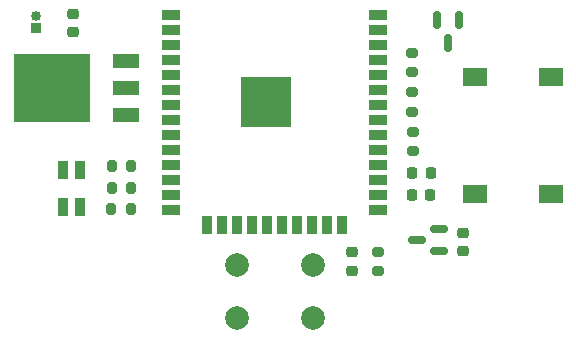
<source format=gbr>
%TF.GenerationSoftware,KiCad,Pcbnew,(6.0.10)*%
%TF.CreationDate,2023-02-02T13:59:13+08:00*%
%TF.ProjectId,AlarmTag,416c6172-6d54-4616-972e-6b696361645f,rev?*%
%TF.SameCoordinates,Original*%
%TF.FileFunction,Soldermask,Top*%
%TF.FilePolarity,Negative*%
%FSLAX46Y46*%
G04 Gerber Fmt 4.6, Leading zero omitted, Abs format (unit mm)*
G04 Created by KiCad (PCBNEW (6.0.10)) date 2023-02-02 13:59:13*
%MOMM*%
%LPD*%
G01*
G04 APERTURE LIST*
G04 Aperture macros list*
%AMRoundRect*
0 Rectangle with rounded corners*
0 $1 Rounding radius*
0 $2 $3 $4 $5 $6 $7 $8 $9 X,Y pos of 4 corners*
0 Add a 4 corners polygon primitive as box body*
4,1,4,$2,$3,$4,$5,$6,$7,$8,$9,$2,$3,0*
0 Add four circle primitives for the rounded corners*
1,1,$1+$1,$2,$3*
1,1,$1+$1,$4,$5*
1,1,$1+$1,$6,$7*
1,1,$1+$1,$8,$9*
0 Add four rect primitives between the rounded corners*
20,1,$1+$1,$2,$3,$4,$5,0*
20,1,$1+$1,$4,$5,$6,$7,0*
20,1,$1+$1,$6,$7,$8,$9,0*
20,1,$1+$1,$8,$9,$2,$3,0*%
G04 Aperture macros list end*
%ADD10RoundRect,0.225000X-0.225000X-0.250000X0.225000X-0.250000X0.225000X0.250000X-0.225000X0.250000X0*%
%ADD11R,1.500000X0.900000*%
%ADD12R,0.900000X1.500000*%
%ADD13R,4.200000X4.200000*%
%ADD14C,0.475000*%
%ADD15RoundRect,0.200000X0.200000X0.275000X-0.200000X0.275000X-0.200000X-0.275000X0.200000X-0.275000X0*%
%ADD16R,2.200000X1.200000*%
%ADD17R,6.400000X5.800000*%
%ADD18RoundRect,0.225000X0.250000X-0.225000X0.250000X0.225000X-0.250000X0.225000X-0.250000X-0.225000X0*%
%ADD19RoundRect,0.150000X0.587500X0.150000X-0.587500X0.150000X-0.587500X-0.150000X0.587500X-0.150000X0*%
%ADD20RoundRect,0.225000X0.225000X0.250000X-0.225000X0.250000X-0.225000X-0.250000X0.225000X-0.250000X0*%
%ADD21RoundRect,0.150000X-0.150000X0.587500X-0.150000X-0.587500X0.150000X-0.587500X0.150000X0.587500X0*%
%ADD22C,2.000000*%
%ADD23R,0.850000X0.850000*%
%ADD24O,0.850000X0.850000*%
%ADD25R,2.000000X1.500000*%
%ADD26RoundRect,0.200000X0.275000X-0.200000X0.275000X0.200000X-0.275000X0.200000X-0.275000X-0.200000X0*%
%ADD27RoundRect,0.200000X-0.275000X0.200000X-0.275000X-0.200000X0.275000X-0.200000X0.275000X0.200000X0*%
%ADD28RoundRect,0.225000X-0.250000X0.225000X-0.250000X-0.225000X0.250000X-0.225000X0.250000X0.225000X0*%
G04 APERTURE END LIST*
D10*
%TO.C,C2*%
X132055716Y-123913388D03*
X133605716Y-123913388D03*
%TD*%
D11*
%TO.C,MCU1*%
X111640000Y-108680000D03*
X111640000Y-109950000D03*
X111640000Y-111220000D03*
X111640000Y-112490000D03*
X111640000Y-113760000D03*
X111640000Y-115030000D03*
X111640000Y-116300000D03*
X111640000Y-117570000D03*
X111640000Y-118840000D03*
X111640000Y-120110000D03*
X111640000Y-121380000D03*
X111640000Y-122650000D03*
X111640000Y-123920000D03*
X111640000Y-125190000D03*
D12*
X114680000Y-126440000D03*
X115950000Y-126440000D03*
X117220000Y-126440000D03*
X118490000Y-126440000D03*
X119760000Y-126440000D03*
X121030000Y-126440000D03*
X122300000Y-126440000D03*
X123570000Y-126440000D03*
X124840000Y-126440000D03*
X126110000Y-126440000D03*
D11*
X129140000Y-125190000D03*
X129140000Y-123920000D03*
X129140000Y-122650000D03*
X129140000Y-121380000D03*
X129140000Y-120110000D03*
X129140000Y-118840000D03*
X129140000Y-117570000D03*
X129140000Y-116300000D03*
X129140000Y-115030000D03*
X129140000Y-113760000D03*
X129140000Y-112490000D03*
X129140000Y-111220000D03*
X129140000Y-109950000D03*
X129140000Y-108680000D03*
D13*
X119710000Y-116020000D03*
D14*
X118185000Y-116782500D03*
X118947500Y-117545000D03*
X118947500Y-114495000D03*
X118947500Y-116020000D03*
X118185000Y-115257500D03*
X120472500Y-117545000D03*
X119710000Y-116782500D03*
X121235000Y-115257500D03*
X121235000Y-116782500D03*
X119710000Y-115257500D03*
X120472500Y-116020000D03*
X120472500Y-114495000D03*
%TD*%
D15*
%TO.C,R4*%
X108247044Y-125111039D03*
X106597044Y-125111039D03*
%TD*%
D16*
%TO.C,LDO1*%
X107822258Y-117157956D03*
X107822258Y-114877956D03*
D17*
X101522258Y-114877956D03*
D16*
X107822258Y-112597956D03*
%TD*%
D12*
%TO.C,D1*%
X102513778Y-121815985D03*
X103913778Y-121815985D03*
X102513778Y-124915985D03*
X103913778Y-124915985D03*
%TD*%
D18*
%TO.C,C5*%
X127000000Y-130315000D03*
X127000000Y-128765000D03*
%TD*%
%TO.C,C4*%
X136329747Y-128687069D03*
X136329747Y-127137069D03*
%TD*%
D19*
%TO.C,LDO2*%
X134316223Y-128665686D03*
X134316223Y-126765686D03*
X132441223Y-127715686D03*
%TD*%
D20*
%TO.C,C3*%
X133631092Y-122055912D03*
X132081092Y-122055912D03*
%TD*%
D21*
%TO.C,Q1*%
X136036862Y-109122820D03*
X134136862Y-109122820D03*
X135086862Y-110997820D03*
%TD*%
D22*
%TO.C,SW1*%
X123697167Y-134330000D03*
X117197167Y-134330000D03*
X123697167Y-129830000D03*
X117197167Y-129830000D03*
%TD*%
D23*
%TO.C,J0*%
X100240871Y-109763693D03*
D24*
X100240871Y-108763693D03*
%TD*%
D25*
%TO.C,Buzzer1*%
X137406085Y-123831652D03*
X137406085Y-113931652D03*
X143806085Y-113931652D03*
X143806085Y-123831652D03*
%TD*%
D15*
%TO.C,R3*%
X108260467Y-123272020D03*
X106610467Y-123272020D03*
%TD*%
%TO.C,R5*%
X108253756Y-121486695D03*
X106603756Y-121486695D03*
%TD*%
D26*
%TO.C,R7*%
X129127500Y-130365000D03*
X129127500Y-128715000D03*
%TD*%
D27*
%TO.C,R2*%
X132080000Y-111875000D03*
X132080000Y-113525000D03*
%TD*%
D28*
%TO.C,C1*%
X103330448Y-108538214D03*
X103330448Y-110088214D03*
%TD*%
D26*
%TO.C,R6*%
X132100135Y-120201495D03*
X132100135Y-118551495D03*
%TD*%
%TO.C,R1*%
X132080000Y-116865000D03*
X132080000Y-115215000D03*
%TD*%
M02*

</source>
